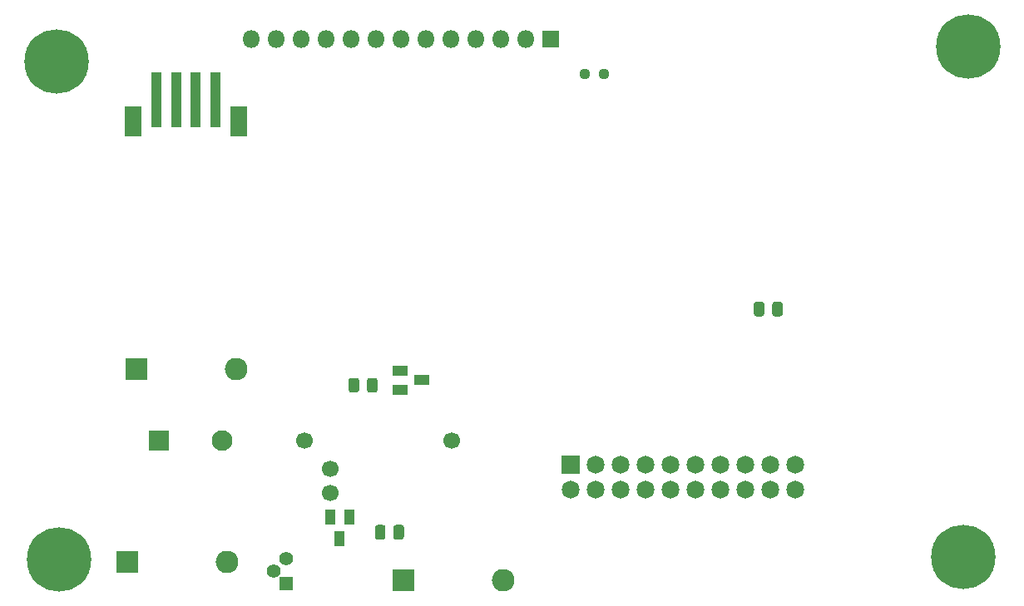
<source format=gbr>
G04 #@! TF.GenerationSoftware,KiCad,Pcbnew,(5.1.6-0-10_14)*
G04 #@! TF.CreationDate,2020-09-03T15:34:08-04:00*
G04 #@! TF.ProjectId,Pufferfish-Interface-2,50756666-6572-4666-9973-682d496e7465,rev?*
G04 #@! TF.SameCoordinates,Original*
G04 #@! TF.FileFunction,Soldermask,Bot*
G04 #@! TF.FilePolarity,Negative*
%FSLAX46Y46*%
G04 Gerber Fmt 4.6, Leading zero omitted, Abs format (unit mm)*
G04 Created by KiCad (PCBNEW (5.1.6-0-10_14)) date 2020-09-03 15:34:08*
%MOMM*%
%LPD*%
G01*
G04 APERTURE LIST*
%ADD10C,6.553200*%
%ADD11O,1.800000X1.800000*%
%ADD12R,1.800000X1.800000*%
%ADD13O,2.300000X2.300000*%
%ADD14R,2.300000X2.300000*%
%ADD15R,2.100000X2.100000*%
%ADD16C,2.100000*%
%ADD17C,1.110000*%
%ADD18R,1.400000X1.400000*%
%ADD19C,1.400000*%
%ADD20C,1.825000*%
%ADD21R,1.825000X1.825000*%
%ADD22R,1.500000X1.100000*%
%ADD23R,1.100000X1.500000*%
%ADD24R,1.100000X5.600000*%
%ADD25R,1.700000X3.100000*%
%ADD26C,1.700000*%
G04 APERTURE END LIST*
D10*
X75500000Y-51250000D03*
X76000000Y750000D03*
X-16500000Y-51500000D03*
X-16750000Y-750000D03*
D11*
X3020000Y1500000D03*
X5560000Y1500000D03*
X8100000Y1500000D03*
X10640000Y1500000D03*
X13180000Y1500000D03*
X15720000Y1500000D03*
X18260000Y1500000D03*
X20800000Y1500000D03*
X23340000Y1500000D03*
X25880000Y1500000D03*
X28420000Y1500000D03*
X30960000Y1500000D03*
D12*
X33500000Y1500000D03*
D13*
X645380Y-51745980D03*
D14*
X-9514620Y-51745980D03*
D15*
X-6370000Y-39370000D03*
D16*
X130000Y-39370000D03*
D17*
X37050000Y-2100000D03*
X38950000Y-2100000D03*
G36*
G01*
X56087500Y-26481250D02*
X56087500Y-25518750D01*
G75*
G02*
X56356250Y-25250000I268750J0D01*
G01*
X56893750Y-25250000D01*
G75*
G02*
X57162500Y-25518750I0J-268750D01*
G01*
X57162500Y-26481250D01*
G75*
G02*
X56893750Y-26750000I-268750J0D01*
G01*
X56356250Y-26750000D01*
G75*
G02*
X56087500Y-26481250I0J268750D01*
G01*
G37*
G36*
G01*
X54212500Y-26481250D02*
X54212500Y-25518750D01*
G75*
G02*
X54481250Y-25250000I268750J0D01*
G01*
X55018750Y-25250000D01*
G75*
G02*
X55287500Y-25518750I0J-268750D01*
G01*
X55287500Y-26481250D01*
G75*
G02*
X55018750Y-26750000I-268750J0D01*
G01*
X54481250Y-26750000D01*
G75*
G02*
X54212500Y-26481250I0J268750D01*
G01*
G37*
D18*
X6630000Y-53920000D03*
D19*
X6630000Y-51380000D03*
X5360000Y-52650000D03*
D20*
X58453500Y-44409840D03*
X58453500Y-41869840D03*
X55913500Y-44409840D03*
X55913500Y-41869840D03*
X48293500Y-41869840D03*
X48293500Y-44409840D03*
X50833500Y-41869840D03*
X50833500Y-44409840D03*
X53373500Y-41869840D03*
X53373500Y-44409840D03*
X40673500Y-41869840D03*
X35593500Y-44409840D03*
X38133500Y-41869840D03*
X40673500Y-44409840D03*
D21*
X35593500Y-41869840D03*
D20*
X43213500Y-41869840D03*
X43213500Y-44409840D03*
X45753500Y-41869840D03*
X45753500Y-44409840D03*
X38133500Y-44409840D03*
D22*
X20376060Y-33258760D03*
X18176060Y-32308760D03*
X18176060Y-34208760D03*
D23*
X12070120Y-49355100D03*
X13020120Y-47155100D03*
X11120120Y-47155100D03*
G36*
G01*
X14037600Y-33282970D02*
X14037600Y-34245470D01*
G75*
G02*
X13768850Y-34514220I-268750J0D01*
G01*
X13231350Y-34514220D01*
G75*
G02*
X12962600Y-34245470I0J268750D01*
G01*
X12962600Y-33282970D01*
G75*
G02*
X13231350Y-33014220I268750J0D01*
G01*
X13768850Y-33014220D01*
G75*
G02*
X14037600Y-33282970I0J-268750D01*
G01*
G37*
G36*
G01*
X15912600Y-33282970D02*
X15912600Y-34245470D01*
G75*
G02*
X15643850Y-34514220I-268750J0D01*
G01*
X15106350Y-34514220D01*
G75*
G02*
X14837600Y-34245470I0J268750D01*
G01*
X14837600Y-33282970D01*
G75*
G02*
X15106350Y-33014220I268750J0D01*
G01*
X15643850Y-33014220D01*
G75*
G02*
X15912600Y-33282970I0J-268750D01*
G01*
G37*
G36*
G01*
X17524680Y-49216230D02*
X17524680Y-48253730D01*
G75*
G02*
X17793430Y-47984980I268750J0D01*
G01*
X18330930Y-47984980D01*
G75*
G02*
X18599680Y-48253730I0J-268750D01*
G01*
X18599680Y-49216230D01*
G75*
G02*
X18330930Y-49484980I-268750J0D01*
G01*
X17793430Y-49484980D01*
G75*
G02*
X17524680Y-49216230I0J268750D01*
G01*
G37*
G36*
G01*
X15649680Y-49216230D02*
X15649680Y-48253730D01*
G75*
G02*
X15918430Y-47984980I268750J0D01*
G01*
X16455930Y-47984980D01*
G75*
G02*
X16724680Y-48253730I0J-268750D01*
G01*
X16724680Y-49216230D01*
G75*
G02*
X16455930Y-49484980I-268750J0D01*
G01*
X15918430Y-49484980D01*
G75*
G02*
X15649680Y-49216230I0J268750D01*
G01*
G37*
D13*
X1550000Y-32130000D03*
D14*
X-8610000Y-32130000D03*
D13*
X28702000Y-53594000D03*
D14*
X18542000Y-53594000D03*
D24*
X-4573780Y-4645660D03*
X-2573780Y-4645660D03*
X-6573780Y-4645660D03*
X-573780Y-4645660D03*
D25*
X-8973780Y-6895660D03*
X1826220Y-6895660D03*
D26*
X11102000Y-44770000D03*
X11102000Y-42270000D03*
X8502000Y-39370000D03*
X23502000Y-39370000D03*
M02*

</source>
